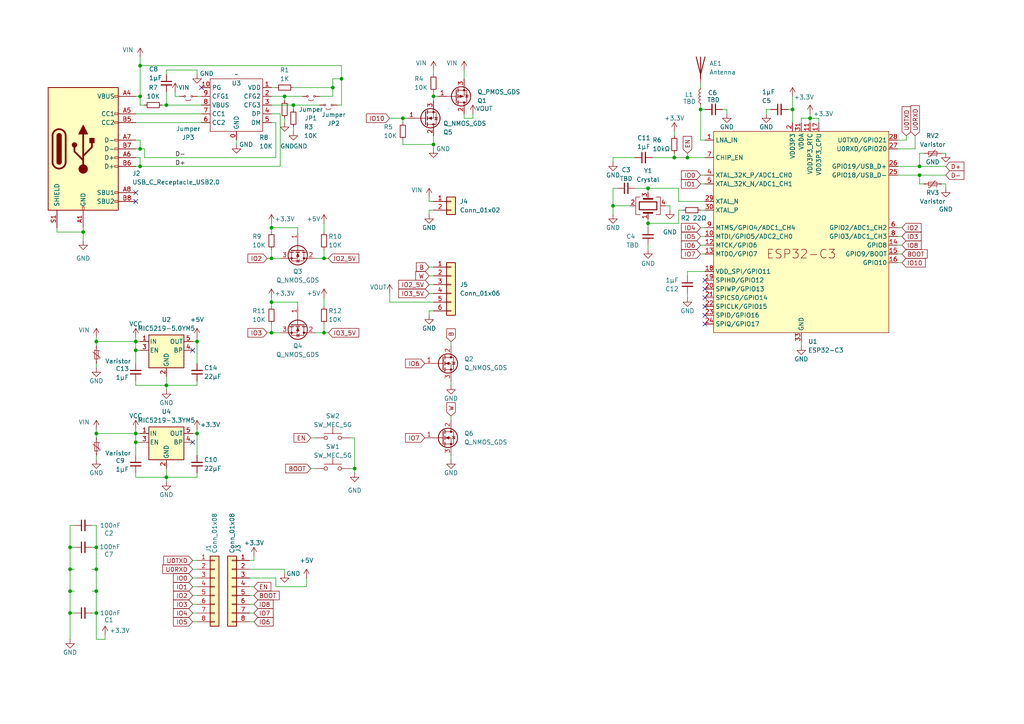
<source format=kicad_sch>
(kicad_sch (version 20231120) (generator "eeschema") (generator_version "8.0")
  (paper "A4")
  (title_block (title "Epi C3") (company "Ping hobbyelektronik"))
  (junction (at 24.13 67.31))
  (junction (at 39.37 101.6))
  (junction (at 125.73 27.94))
  (junction (at 20.32 177.8))
  (junction (at 266.7 48.26))
  (junction (at 27.94 165.1))
  (junction (at 78.74 96.52))
  (junction (at 78.74 66.04))
  (junction (at 40.64 48.26))
  (junction (at 229.87 31.75))
  (junction (at 78.74 87.63))
  (junction (at 102.87 135.89))
  (junction (at 39.37 99.06))
  (junction (at 203.2 31.75))
  (junction (at 27.94 171.45))
  (junction (at 177.8 59.69))
  (junction (at 234.95 34.29))
  (junction (at 40.64 43.18))
  (junction (at 78.74 74.93))
  (junction (at 40.64 27.94))
  (junction (at 39.37 125.73))
  (junction (at 82.55 27.94))
  (junction (at 20.32 165.1))
  (junction (at 40.64 19.05))
  (junction (at 125.73 41.91))
  (junction (at 266.7 50.8))
  (junction (at 27.94 125.73))
  (junction (at 20.32 171.45))
  (junction (at 39.37 128.27))
  (junction (at 27.94 99.06))
  (junction (at 199.39 45.72))
  (junction (at 187.96 64.77))
  (junction (at 20.32 158.75))
  (junction (at 99.06 22.86))
  (junction (at 187.96 54.61))
  (junction (at 48.26 30.48))
  (junction (at 57.15 99.06))
  (junction (at 57.15 125.73))
  (junction (at 116.84 34.29))
  (junction (at 27.94 158.75))
  (junction (at 96.52 25.4))
  (junction (at 195.58 45.72))
  (junction (at 85.09 30.48))
  (junction (at 93.98 96.52))
  (junction (at 93.98 74.93))
  (junction (at 48.26 111.76))
  (junction (at 48.26 138.43))
  (junction (at 27.94 177.8))
  (no_connect (at 204.47 81.28))
  (no_connect (at 204.47 93.98))
  (no_connect (at 39.37 58.42))
  (no_connect (at 55.88 128.27))
  (no_connect (at 204.47 86.36))
  (no_connect (at 204.47 91.44))
  (no_connect (at 204.47 83.82))
  (no_connect (at 55.88 101.6))
  (no_connect (at 39.37 55.88))
  (no_connect (at 204.47 88.9))
  (no_connect (at 58.42 25.4))
  (wire (pts (xy 199.39 85.09) (xy 199.39 86.36)))
  (wire (pts (xy 40.64 27.94) (xy 40.64 30.48)))
  (wire (pts (xy 40.64 40.64) (xy 40.64 43.18)))
  (wire (pts (xy 27.94 152.4) (xy 27.94 158.75)))
  (wire (pts (xy 203.2 71.12) (xy 204.47 71.12)))
  (wire (pts (xy 39.37 128.27) (xy 40.64 128.27)))
  (wire (pts (xy 88.9 167.64) (xy 88.9 170.18)))
  (wire (pts (xy 210.82 31.75) (xy 209.55 31.75)))
  (wire (pts (xy 39.37 101.6) (xy 40.64 101.6)))
  (wire (pts (xy 78.74 64.77) (xy 78.74 66.04)))
  (wire (pts (xy 261.62 76.2) (xy 260.35 76.2)))
  (wire (pts (xy 113.03 34.29) (xy 116.84 34.29)))
  (wire (pts (xy 73.66 175.26) (xy 72.39 175.26)))
  (wire (pts (xy 267.97 44.45) (xy 266.7 44.45)))
  (wire (pts (xy 266.7 44.45) (xy 266.7 48.26)))
  (wire (pts (xy 195.58 45.72) (xy 195.58 44.45)))
  (wire (pts (xy 27.94 132.08) (xy 27.94 133.35)))
  (wire (pts (xy 90.17 135.89) (xy 91.44 135.89)))
  (wire (pts (xy 93.98 74.93) (xy 95.25 74.93)))
  (wire (pts (xy 88.9 170.18) (xy 80.01 170.18)))
  (wire (pts (xy 78.74 25.4) (xy 80.01 25.4)))
  (wire (pts (xy 21.59 152.4) (xy 20.32 152.4)))
  (wire (pts (xy 68.58 41.91) (xy 68.58 40.64)))
  (wire (pts (xy 39.37 40.64) (xy 40.64 40.64)))
  (wire (pts (xy 124.46 77.47) (xy 125.73 77.47)))
  (wire (pts (xy 93.98 72.39) (xy 93.98 74.93)))
  (wire (pts (xy 82.55 34.29) (xy 82.55 35.56)))
  (wire (pts (xy 78.74 66.04) (xy 86.36 66.04)))
  (wire (pts (xy 91.44 74.93) (xy 93.98 74.93)))
  (wire (pts (xy 27.94 124.46) (xy 27.94 125.73)))
  (wire (pts (xy 102.87 127) (xy 102.87 135.89)))
  (wire (pts (xy 124.46 85.09) (xy 125.73 85.09)))
  (wire (pts (xy 260.35 71.12) (xy 261.62 71.12)))
  (wire (pts (xy 39.37 128.27) (xy 39.37 132.08)))
  (wire (pts (xy 78.74 87.63) (xy 78.74 88.9)))
  (wire (pts (xy 93.98 86.36) (xy 93.98 88.9)))
  (wire (pts (xy 125.73 20.32) (xy 125.73 21.59)))
  (wire (pts (xy 39.37 35.56) (xy 58.42 35.56)))
  (wire (pts (xy 116.84 41.91) (xy 125.73 41.91)))
  (wire (pts (xy 232.41 34.29) (xy 232.41 35.56)))
  (wire (pts (xy 196.85 60.96) (xy 198.12 60.96)))
  (wire (pts (xy 194.31 60.96) (xy 194.31 59.69)))
  (wire (pts (xy 184.15 54.61) (xy 187.96 54.61)))
  (wire (pts (xy 27.94 99.06) (xy 39.37 99.06)))
  (wire (pts (xy 187.96 55.88) (xy 187.96 54.61)))
  (wire (pts (xy 73.66 177.8) (xy 72.39 177.8)))
  (wire (pts (xy 27.94 125.73) (xy 39.37 125.73)))
  (wire (pts (xy 50.8 27.94) (xy 52.07 27.94)))
  (wire (pts (xy 20.32 171.45) (xy 20.32 177.8)))
  (wire (pts (xy 78.74 66.04) (xy 78.74 67.31)))
  (wire (pts (xy 260.35 50.8) (xy 266.7 50.8)))
  (wire (pts (xy 124.46 90.17) (xy 124.46 91.44)))
  (wire (pts (xy 260.35 73.66) (xy 261.62 73.66)))
  (wire (pts (xy 125.73 27.94) (xy 125.73 29.21)))
  (wire (pts (xy 199.39 45.72) (xy 204.47 45.72)))
  (wire (pts (xy 39.37 97.79) (xy 39.37 99.06)))
  (wire (pts (xy 27.94 171.45) (xy 26.67 171.45)))
  (wire (pts (xy 57.15 124.46) (xy 57.15 125.73)))
  (wire (pts (xy 265.43 39.37) (xy 265.43 43.18)))
  (wire (pts (xy 266.7 48.26) (xy 274.32 48.26)))
  (wire (pts (xy 86.36 87.63) (xy 86.36 88.9)))
  (wire (pts (xy 195.58 45.72) (xy 199.39 45.72)))
  (wire (pts (xy 137.16 33.02) (xy 137.16 34.29)))
  (wire (pts (xy 262.89 39.37) (xy 262.89 40.64)))
  (wire (pts (xy 125.73 43.18) (xy 125.73 41.91)))
  (wire (pts (xy 97.79 30.48) (xy 99.06 30.48)))
  (wire (pts (xy 27.94 165.1) (xy 26.67 165.1)))
  (wire (pts (xy 124.46 60.96) (xy 124.46 62.23)))
  (wire (pts (xy 210.82 33.02) (xy 210.82 31.75)))
  (wire (pts (xy 30.48 185.42) (xy 27.94 185.42)))
  (wire (pts (xy 234.95 34.29) (xy 234.95 35.56)))
  (wire (pts (xy 21.59 171.45) (xy 20.32 171.45)))
  (wire (pts (xy 77.47 74.93) (xy 78.74 74.93)))
  (wire (pts (xy 203.2 60.96) (xy 204.47 60.96)))
  (wire (pts (xy 134.62 33.02) (xy 134.62 34.29)))
  (wire (pts (xy 39.37 111.76) (xy 48.26 111.76)))
  (wire (pts (xy 203.2 24.13) (xy 203.2 25.4)))
  (wire (pts (xy 124.46 57.15) (xy 124.46 58.42)))
  (wire (pts (xy 203.2 30.48) (xy 203.2 31.75)))
  (wire (pts (xy 260.35 48.26) (xy 266.7 48.26)))
  (wire (pts (xy 187.96 64.77) (xy 187.96 66.04)))
  (wire (pts (xy 73.66 172.72) (xy 72.39 172.72)))
  (wire (pts (xy 39.37 124.46) (xy 39.37 125.73)))
  (wire (pts (xy 78.74 96.52) (xy 81.28 96.52)))
  (wire (pts (xy 81.28 33.02) (xy 81.28 48.26)))
  (wire (pts (xy 77.47 96.52) (xy 78.74 96.52)))
  (wire (pts (xy 274.32 44.45) (xy 273.05 44.45)))
  (wire (pts (xy 39.37 125.73) (xy 39.37 128.27)))
  (wire (pts (xy 130.81 120.65) (xy 130.81 121.92)))
  (wire (pts (xy 16.51 67.31) (xy 24.13 67.31)))
  (wire (pts (xy 73.66 170.18) (xy 72.39 170.18)))
  (wire (pts (xy 199.39 80.01) (xy 199.39 78.74)))
  (wire (pts (xy 27.94 97.79) (xy 27.94 99.06)))
  (wire (pts (xy 39.37 43.18) (xy 40.64 43.18)))
  (wire (pts (xy 203.2 66.04) (xy 204.47 66.04)))
  (wire (pts (xy 260.35 68.58) (xy 261.62 68.58)))
  (wire (pts (xy 57.15 138.43) (xy 48.26 138.43)))
  (wire (pts (xy 82.55 165.1) (xy 72.39 165.1)))
  (wire (pts (xy 92.71 27.94) (xy 96.52 27.94)))
  (wire (pts (xy 177.8 46.99) (xy 177.8 45.72)))
  (wire (pts (xy 101.6 127) (xy 102.87 127)))
  (wire (pts (xy 234.95 34.29) (xy 237.49 34.29)))
  (wire (pts (xy 55.88 180.34) (xy 57.15 180.34)))
  (wire (pts (xy 20.32 165.1) (xy 20.32 171.45)))
  (wire (pts (xy 80.01 170.18) (xy 80.01 167.64)))
  (wire (pts (xy 229.87 27.94) (xy 229.87 31.75)))
  (wire (pts (xy 73.66 162.56) (xy 72.39 162.56)))
  (wire (pts (xy 203.2 53.34) (xy 204.47 53.34)))
  (wire (pts (xy 20.32 177.8) (xy 20.32 185.42)))
  (wire (pts (xy 113.03 85.09) (xy 113.03 87.63)))
  (wire (pts (xy 27.94 125.73) (xy 27.94 127)))
  (wire (pts (xy 130.81 99.06) (xy 130.81 100.33)))
  (wire (pts (xy 187.96 54.61) (xy 196.85 54.61)))
  (wire (pts (xy 266.7 53.34) (xy 266.7 50.8)))
  (wire (pts (xy 85.09 31.75) (xy 85.09 30.48)))
  (wire (pts (xy 50.8 26.67) (xy 50.8 27.94)))
  (wire (pts (xy 204.47 40.64) (xy 203.2 40.64)))
  (wire (pts (xy 203.2 50.8) (xy 204.47 50.8)))
  (wire (pts (xy 124.46 60.96) (xy 125.73 60.96)))
  (wire (pts (xy 91.44 96.52) (xy 93.98 96.52)))
  (wire (pts (xy 116.84 40.64) (xy 116.84 41.91)))
  (wire (pts (xy 265.43 43.18) (xy 260.35 43.18)))
  (wire (pts (xy 195.58 38.1) (xy 195.58 39.37)))
  (wire (pts (xy 30.48 185.42) (xy 30.48 184.15)))
  (wire (pts (xy 232.41 99.06) (xy 232.41 100.33)))
  (wire (pts (xy 40.64 16.51) (xy 40.64 19.05)))
  (wire (pts (xy 78.74 86.36) (xy 78.74 87.63)))
  (wire (pts (xy 189.23 45.72) (xy 195.58 45.72)))
  (wire (pts (xy 134.62 34.29) (xy 137.16 34.29)))
  (wire (pts (xy 41.91 43.18) (xy 41.91 45.72)))
  (wire (pts (xy 48.26 26.67) (xy 48.26 30.48)))
  (wire (pts (xy 27.94 99.06) (xy 27.94 100.33)))
  (wire (pts (xy 262.89 40.64) (xy 260.35 40.64)))
  (wire (pts (xy 85.09 25.4) (xy 96.52 25.4)))
  (wire (pts (xy 57.15 27.94) (xy 58.42 27.94)))
  (wire (pts (xy 57.15 99.06) (xy 55.88 99.06)))
  (wire (pts (xy 96.52 22.86) (xy 96.52 25.4)))
  (wire (pts (xy 24.13 69.85) (xy 24.13 67.31)))
  (wire (pts (xy 27.94 177.8) (xy 27.94 185.42)))
  (wire (pts (xy 78.74 33.02) (xy 81.28 33.02)))
  (wire (pts (xy 39.37 48.26) (xy 40.64 48.26)))
  (wire (pts (xy 39.37 110.49) (xy 39.37 111.76)))
  (wire (pts (xy 73.66 161.29) (xy 73.66 162.56)))
  (wire (pts (xy 26.67 158.75) (xy 27.94 158.75)))
  (wire (pts (xy 187.96 63.5) (xy 187.96 64.77)))
  (wire (pts (xy 80.01 35.56) (xy 80.01 45.72)))
  (wire (pts (xy 55.88 175.26) (xy 57.15 175.26)))
  (wire (pts (xy 39.37 137.16) (xy 39.37 138.43)))
  (wire (pts (xy 57.15 105.41) (xy 57.15 99.06)))
  (wire (pts (xy 41.91 45.72) (xy 80.01 45.72)))
  (wire (pts (xy 86.36 66.04) (xy 86.36 67.31)))
  (wire (pts (xy 39.37 99.06) (xy 39.37 101.6)))
  (wire (pts (xy 21.59 158.75) (xy 20.32 158.75)))
  (wire (pts (xy 82.55 27.94) (xy 87.63 27.94)))
  (wire (pts (xy 27.94 171.45) (xy 27.94 177.8)))
  (wire (pts (xy 125.73 27.94) (xy 127 27.94)))
  (wire (pts (xy 80.01 167.64) (xy 72.39 167.64)))
  (wire (pts (xy 179.07 54.61) (xy 177.8 54.61)))
  (wire (pts (xy 93.98 64.77) (xy 93.98 67.31)))
  (wire (pts (xy 16.51 66.04) (xy 16.51 67.31)))
  (wire (pts (xy 55.88 162.56) (xy 57.15 162.56)))
  (wire (pts (xy 99.06 22.86) (xy 99.06 30.48)))
  (wire (pts (xy 57.15 137.16) (xy 57.15 138.43)))
  (wire (pts (xy 274.32 53.34) (xy 273.05 53.34)))
  (wire (pts (xy 234.95 34.29) (xy 234.95 33.02)))
  (wire (pts (xy 48.26 30.48) (xy 58.42 30.48)))
  (wire (pts (xy 194.31 59.69) (xy 193.04 59.69)))
  (wire (pts (xy 57.15 110.49) (xy 57.15 111.76)))
  (wire (pts (xy 40.64 48.26) (xy 81.28 48.26)))
  (wire (pts (xy 48.26 20.32) (xy 57.15 20.32)))
  (wire (pts (xy 228.6 31.75) (xy 229.87 31.75)))
  (wire (pts (xy 124.46 90.17) (xy 125.73 90.17)))
  (wire (pts (xy 46.99 30.48) (xy 48.26 30.48)))
  (wire (pts (xy 24.13 67.31) (xy 24.13 66.04)))
  (wire (pts (xy 82.55 166.37) (xy 82.55 165.1)))
  (wire (pts (xy 96.52 22.86) (xy 99.06 22.86)))
  (wire (pts (xy 130.81 111.76) (xy 130.81 110.49)))
  (wire (pts (xy 39.37 33.02) (xy 58.42 33.02)))
  (wire (pts (xy 82.55 29.21) (xy 82.55 27.94)))
  (wire (pts (xy 57.15 132.08) (xy 57.15 125.73)))
  (wire (pts (xy 39.37 27.94) (xy 40.64 27.94)))
  (wire (pts (xy 113.03 87.63) (xy 125.73 87.63)))
  (wire (pts (xy 27.94 105.41) (xy 27.94 106.68)))
  (wire (pts (xy 39.37 45.72) (xy 40.64 45.72)))
  (wire (pts (xy 78.74 87.63) (xy 86.36 87.63)))
  (wire (pts (xy 39.37 99.06) (xy 40.64 99.06)))
  (wire (pts (xy 48.26 20.32) (xy 48.26 21.59)))
  (wire (pts (xy 199.39 78.74) (xy 204.47 78.74)))
  (wire (pts (xy 55.88 172.72) (xy 57.15 172.72)))
  (wire (pts (xy 48.26 138.43) (xy 48.26 139.7)))
  (wire (pts (xy 48.26 111.76) (xy 48.26 113.03)))
  (wire (pts (xy 27.94 158.75) (xy 27.94 165.1)))
  (wire (pts (xy 229.87 31.75) (xy 229.87 35.56)))
  (wire (pts (xy 48.26 135.89) (xy 48.26 138.43)))
  (wire (pts (xy 196.85 58.42) (xy 204.47 58.42)))
  (wire (pts (xy 78.74 30.48) (xy 85.09 30.48)))
  (wire (pts (xy 55.88 167.64) (xy 57.15 167.64)))
  (wire (pts (xy 39.37 125.73) (xy 40.64 125.73)))
  (wire (pts (xy 20.32 152.4) (xy 20.32 158.75)))
  (wire (pts (xy 85.09 36.83) (xy 85.09 38.1)))
  (wire (pts (xy 55.88 177.8) (xy 57.15 177.8)))
  (wire (pts (xy 102.87 135.89) (xy 101.6 135.89)))
  (wire (pts (xy 124.46 80.01) (xy 125.73 80.01)))
  (wire (pts (xy 55.88 170.18) (xy 57.15 170.18)))
  (wire (pts (xy 99.06 19.05) (xy 99.06 22.86)))
  (wire (pts (xy 21.59 177.8) (xy 20.32 177.8)))
  (wire (pts (xy 78.74 93.98) (xy 78.74 96.52)))
  (wire (pts (xy 274.32 54.61) (xy 274.32 53.34)))
  (wire (pts (xy 40.64 19.05) (xy 99.06 19.05)))
  (wire (pts (xy 196.85 54.61) (xy 196.85 58.42)))
  (wire (pts (xy 203.2 73.66) (xy 204.47 73.66)))
  (wire (pts (xy 134.62 20.32) (xy 134.62 22.86)))
  (wire (pts (xy 55.88 165.1) (xy 57.15 165.1)))
  (wire (pts (xy 116.84 34.29) (xy 116.84 35.56)))
  (wire (pts (xy 96.52 25.4) (xy 96.52 27.94)))
  (wire (pts (xy 57.15 111.76) (xy 48.26 111.76)))
  (wire (pts (xy 27.94 165.1) (xy 27.94 171.45)))
  (wire (pts (xy 93.98 96.52) (xy 95.25 96.52)))
  (wire (pts (xy 27.94 177.8) (xy 26.67 177.8)))
  (wire (pts (xy 177.8 45.72) (xy 184.15 45.72)))
  (wire (pts (xy 116.84 34.29) (xy 118.11 34.29)))
  (wire (pts (xy 40.64 30.48) (xy 41.91 30.48)))
  (wire (pts (xy 78.74 74.93) (xy 81.28 74.93)))
  (wire (pts (xy 40.64 43.18) (xy 41.91 43.18)))
  (wire (pts (xy 78.74 35.56) (xy 80.01 35.56)))
  (wire (pts (xy 57.15 97.79) (xy 57.15 99.06)))
  (wire (pts (xy 232.41 34.29) (xy 234.95 34.29)))
  (wire (pts (xy 40.64 19.05) (xy 40.64 27.94)))
  (wire (pts (xy 130.81 133.35) (xy 130.81 132.08)))
  (wire (pts (xy 222.25 31.75) (xy 222.25 33.02)))
  (wire (pts (xy 204.47 31.75) (xy 203.2 31.75)))
  (wire (pts (xy 203.2 68.58) (xy 204.47 68.58)))
  (wire (pts (xy 203.2 40.64) (xy 203.2 31.75)))
  (wire (pts (xy 85.09 30.48) (xy 92.71 30.48)))
  (wire (pts (xy 260.35 66.04) (xy 261.62 66.04)))
  (wire (pts (xy 266.7 50.8) (xy 274.32 50.8)))
  (wire (pts (xy 102.87 137.16) (xy 102.87 135.89)))
  (wire (pts (xy 237.49 34.29) (xy 237.49 35.56)))
  (wire (pts (xy 93.98 93.98) (xy 93.98 96.52)))
  (wire (pts (xy 177.8 59.69) (xy 182.88 59.69)))
  (wire (pts (xy 187.96 64.77) (xy 196.85 64.77)))
  (wire (pts (xy 78.74 72.39) (xy 78.74 74.93)))
  (wire (pts (xy 40.64 45.72) (xy 40.64 48.26)))
  (wire (pts (xy 90.17 127) (xy 91.44 127)))
  (wire (pts (xy 177.8 54.61) (xy 177.8 59.69)))
  (wire (pts (xy 20.32 158.75) (xy 20.32 165.1)))
  (wire (pts (xy 21.59 165.1) (xy 20.32 165.1)))
  (wire (pts (xy 125.73 26.67) (xy 125.73 27.94)))
  (wire (pts (xy 199.39 44.45) (xy 199.39 45.72)))
  (wire (pts (xy 39.37 101.6) (xy 39.37 105.41)))
  (wire (pts (xy 196.85 64.77) (xy 196.85 60.96)))
  (wire (pts (xy 48.26 109.22) (xy 48.26 111.76)))
  (wire (pts (xy 57.15 20.32) (xy 57.15 21.59)))
  (wire (pts (xy 267.97 53.34) (xy 266.7 53.34)))
  (wire (pts (xy 223.52 31.75) (xy 222.25 31.75)))
  (wire (pts (xy 124.46 82.55) (xy 125.73 82.55)))
  (wire (pts (xy 124.46 58.42) (xy 125.73 58.42)))
  (wire (pts (xy 39.37 138.43) (xy 48.26 138.43)))
  (wire (pts (xy 187.96 71.12) (xy 187.96 72.39)))
  (wire (pts (xy 73.66 180.34) (xy 72.39 180.34)))
  (wire (pts (xy 57.15 125.73) (xy 55.88 125.73)))
  (wire (pts (xy 177.8 62.23) (xy 177.8 59.69)))
  (wire (pts (xy 78.74 27.94) (xy 82.55 27.94)))
  (wire (pts (xy 125.73 41.91) (xy 125.73 39.37)))
  (wire (pts (xy 26.67 152.4) (xy 27.94 152.4)))
  (label "D+" (at 50.8 48.26 0))
  (label "D-" (at 50.8 45.72 0))
  (global_label "IO3_5V" (shape input) (at 95.25 96.52 0) (property "Intersheetrefs" "${INTERSHEET_REFS}" (effects (hide yes))))
  (global_label "IO0" (shape input) (at 203.2 50.8 180) (property "Intersheetrefs" "${INTERSHEET_REFS}" (effects (hide yes))))
  (global_label "IO10" (shape input) (at 113.03 34.29 180) (property "Intersheetrefs" "${INTERSHEET_REFS}" (effects (hide yes))))
  (global_label "IO10" (shape input) (at 261.62 76.2 0) (property "Intersheetrefs" "${INTERSHEET_REFS}" (effects (hide yes))))
  (global_label "IO5" (shape input) (at 55.88 180.34 180) (property "Intersheetrefs" "${INTERSHEET_REFS}" (effects (hide yes))))
  (global_label "EN" (shape input) (at 90.17 127 180) (property "Intersheetrefs" "${INTERSHEET_REFS}" (effects (hide yes))))
  (global_label "U0RXD" (shape input) (at 55.88 165.1 180) (property "Intersheetrefs" "${INTERSHEET_REFS}" (effects (hide yes))))
  (global_label "IO3" (shape input) (at 55.88 175.26 180) (property "Intersheetrefs" "${INTERSHEET_REFS}" (effects (hide yes))))
  (global_label "IO8" (shape input) (at 261.62 71.12 0) (property "Intersheetrefs" "${INTERSHEET_REFS}" (effects (hide yes))))
  (global_label "U0TXD" (shape input) (at 55.88 162.56 180) (property "Intersheetrefs" "${INTERSHEET_REFS}" (effects (hide yes))))
  (global_label "IO6" (shape input) (at 123.19 105.41 180) (property "Intersheetrefs" "${INTERSHEET_REFS}" (effects (hide yes))))
  (global_label "IO5" (shape input) (at 203.2 68.58 180) (property "Intersheetrefs" "${INTERSHEET_REFS}" (effects (hide yes))))
  (global_label "IO2_5V" (shape input) (at 95.25 74.93 0) (property "Intersheetrefs" "${INTERSHEET_REFS}" (effects (hide yes))))
  (global_label "IO3" (shape input) (at 77.47 96.52 180) (property "Intersheetrefs" "${INTERSHEET_REFS}" (effects (hide yes))))
  (global_label "IO3_5V" (shape input) (at 124.46 85.09 180) (property "Intersheetrefs" "${INTERSHEET_REFS}" (effects (hide yes))))
  (global_label "IO2" (shape input) (at 77.47 74.93 180) (property "Intersheetrefs" "${INTERSHEET_REFS}" (effects (hide yes))))
  (global_label "IO6" (shape input) (at 73.66 180.34 0) (property "Intersheetrefs" "${INTERSHEET_REFS}" (effects (hide yes))))
  (global_label "IO7" (shape input) (at 203.2 73.66 180) (property "Intersheetrefs" "${INTERSHEET_REFS}" (effects (hide yes))))
  (global_label "U0TXD" (shape input) (at 262.89 39.37 90) (property "Intersheetrefs" "${INTERSHEET_REFS}" (effects (hide yes))))
  (global_label "IO6" (shape input) (at 203.2 71.12 180) (property "Intersheetrefs" "${INTERSHEET_REFS}" (effects (hide yes))))
  (global_label "BOOT" (shape input) (at 90.17 135.89 180) (property "Intersheetrefs" "${INTERSHEET_REFS}" (effects (hide yes))))
  (global_label "IO0" (shape input) (at 55.88 167.64 180) (property "Intersheetrefs" "${INTERSHEET_REFS}" (effects (hide yes))))
  (global_label "D-" (shape input) (at 274.32 50.8 0) (property "Intersheetrefs" "${INTERSHEET_REFS}" (effects (hide yes))))
  (global_label "IO7" (shape input) (at 73.66 177.8 0) (property "Intersheetrefs" "${INTERSHEET_REFS}" (effects (hide yes))))
  (global_label "IO2" (shape input) (at 55.88 172.72 180) (property "Intersheetrefs" "${INTERSHEET_REFS}" (effects (hide yes))))
  (global_label "IO1" (shape input) (at 55.88 170.18 180) (property "Intersheetrefs" "${INTERSHEET_REFS}" (effects (hide yes))))
  (global_label "IO4" (shape input) (at 55.88 177.8 180) (property "Intersheetrefs" "${INTERSHEET_REFS}" (effects (hide yes))))
  (global_label "IO8" (shape input) (at 73.66 175.26 0) (property "Intersheetrefs" "${INTERSHEET_REFS}" (effects (hide yes))))
  (global_label "BOOT" (shape input) (at 261.62 73.66 0) (property "Intersheetrefs" "${INTERSHEET_REFS}" (effects (hide yes))))
  (global_label "IO1" (shape input) (at 203.2 53.34 180) (property "Intersheetrefs" "${INTERSHEET_REFS}" (effects (hide yes))))
  (global_label "IO3" (shape input) (at 261.62 68.58 0) (property "Intersheetrefs" "${INTERSHEET_REFS}" (effects (hide yes))))
  (global_label "BOOT" (shape input) (at 73.66 172.72 0) (property "Intersheetrefs" "${INTERSHEET_REFS}" (effects (hide yes))))
  (global_label "IO4" (shape input) (at 203.2 66.04 180) (property "Intersheetrefs" "${INTERSHEET_REFS}" (effects (hide yes))))
  (global_label "W" (shape input) (at 124.46 80.01 180) (property "Intersheetrefs" "${INTERSHEET_REFS}" (effects (hide yes))))
  (global_label "U0RXD" (shape input) (at 265.43 39.37 90) (property "Intersheetrefs" "${INTERSHEET_REFS}" (effects (hide yes))))
  (global_label "EN" (shape input) (at 73.66 170.18 0) (property "Intersheetrefs" "${INTERSHEET_REFS}" (effects (hide yes))))
  (global_label "B" (shape input) (at 124.46 77.47 180) (property "Intersheetrefs" "${INTERSHEET_REFS}" (effects (hide yes))))
  (global_label "IO2_5V" (shape input) (at 124.46 82.55 180) (property "Intersheetrefs" "${INTERSHEET_REFS}" (effects (hide yes))))
  (global_label "EN" (shape input) (at 199.39 44.45 90) (property "Intersheetrefs" "${INTERSHEET_REFS}" (effects (hide yes))))
  (global_label "D+" (shape input) (at 274.32 48.26 0) (property "Intersheetrefs" "${INTERSHEET_REFS}" (effects (hide yes))))
  (global_label "IO2" (shape input) (at 261.62 66.04 0) (property "Intersheetrefs" "${INTERSHEET_REFS}" (effects (hide yes))))
  (global_label "W" (shape input) (at 130.81 120.65 90) (property "Intersheetrefs" "${INTERSHEET_REFS}" (effects (hide yes))))
  (global_label "IO7" (shape input) (at 123.19 127 180) (property "Intersheetrefs" "${INTERSHEET_REFS}" (effects (hide yes))))
  (global_label "B" (shape input) (at 130.81 99.06 90) (property "Intersheetrefs" "${INTERSHEET_REFS}" (effects (hide yes))))
  (symbol (lib_id "power:VCC") (at 137.16 33.02 0) (unit 1)
    (property "Reference" "#PWR015" (effects (hide yes)))
    (property "Value" "VOUT" (at 140.462 31.496 0))
    (property "Description" "Power symbol creates a global label with name \"VCC\"" (effects (hide yes)))
  )
  (symbol (lib_id "power:+3.3V") (at 73.66 161.29 0) (unit 1)
    (property "Reference" "#PWR025" (effects (hide yes)))
    (property "Value" "+3.3V" (at 73.66 157.48 0))
  )
  (symbol (lib_id "Device:R_Small") (at 200.66 60.96 90) (unit 1)
    (property "Reference" "R2" (at 200.152 63.246 90) (effects (justify left)))
    (property "Value" "22Ω" (at 204.978 63.246 90) (effects (justify left)))
    (property "Footprint" "Resistor_SMD:R_0402_1005Metric" (effects (hide yes)))
  )
  (symbol (lib_id "power:+3.3V") (at 78.74 86.36 0) (unit 1)
    (property "Reference" "#PWR043" (effects (hide yes)))
    (property "Value" "+3.3V" (at 82.55 85.09 0))
  )
  (symbol (lib_id "power:GND") (at 199.39 86.36 0) (unit 1)
    (property "Reference" "#PWR020" (effects (hide yes)))
    (property "Value" "GND" (at 199.39 90.17 0))
  )
  (symbol (lib_id "Device:R_Small") (at 116.84 38.1 180) (unit 1)
    (property "Reference" "R5" (at 111.252 36.83 0) (effects (justify right)))
    (property "Value" "10K" (at 111.252 39.37 0) (effects (justify right)))
    (property "Footprint" "Resistor_SMD:R_0402_1005Metric" (effects (hide yes)))
    (property "Description" "Resistor, small symbol" (effects (hide yes)))
  )
  (symbol (lib_id "PCM_Espressif:ESP32-C3") (at 232.41 68.58 0) (unit 1)
    (property "Reference" "U1" (at 234.3659 99.06 0) (effects (justify left)))
    (property "Value" "ESP32-C3" (at 234.3659 101.6 0) (effects (justify left)))
    (property "Footprint" "Package_DFN_QFN:QFN-32-1EP_5x5mm_P0.5mm_EP3.45x3.45mm" (effects (hide yes)))
    (property "Datasheet" "https://www.espressif.com/sites/default/files/documentation/esp32-c3_datasheet_en.pdf" (effects (hide yes)))
  )
  (symbol (lib_id "Device:C_Small") (at 24.13 158.75 90) (unit 1)
    (property "Reference" "C7" (at 30.226 160.782 90) (effects (justify right)))
    (property "Value" "100nF" (at 28.829 158.623 90) (effects (justify right)))
    (property "Footprint" "Capacitor_SMD:C_0402_1005Metric" (effects (hide yes)))
  )
  (symbol (lib_id "Connector_Generic:Conn_01x02") (at 130.81 58.42 0) (unit 1)
    (property "Reference" "J4" (at 133.35 58.4199 0) (effects (justify left)))
    (property "Value" "Conn_01x02" (at 133.35 60.9599 0) (effects (justify left)))
    (property "Footprint" "Connector_PinHeader_2.54mm:PinHeader_1x02_P2.54mm_Vertical" (effects (hide yes)))
    (property "Description" "Generic connector, single row, 01x02, script generated (kicad-library-utils/schlib/autogen/connector/)" (effects (hide yes)))
  )
  (symbol (lib_id "Jumper:Jumper_2_Small_Open") (at 54.61 27.94 180) (unit 1) (exclude_from_sim yes)
    (property "Reference" "JP3" (at 54.61 39.878 0))
    (property "Value" "Jumper" (at 54.61 37.338 0))
    (property "Footprint" "Jumper:SolderJumper-2_P1.3mm_Open_RoundedPad1.0x1.5mm" (effects (hide yes)))
    (property "Description" "Jumper, 2-pole, small symbol, open" (effects (hide yes)))
  )
  (symbol (lib_id "power:GND") (at 124.46 62.23 0) (unit 1)
    (property "Reference" "#PWR050" (effects (hide yes)))
    (property "Value" "GND" (at 124.46 66.04 0))
  )
  (symbol (lib_id "Device:R_Small") (at 82.55 25.4 90) (unit 1)
    (property "Reference" "R1" (at 82.55 20.32 90))
    (property "Value" "1K" (at 82.55 22.86 90))
    (property "Footprint" "Resistor_SMD:R_0402_1005Metric" (effects (hide yes)))
    (property "Description" "Resistor, small symbol" (effects (hide yes)))
  )
  (symbol (lib_id "power:GND") (at 27.94 133.35 0) (unit 1)
    (property "Reference" "#PWR018" (effects (hide yes)))
    (property "Value" "GND" (at 27.94 137.16 0))
  )
  (symbol (lib_id "power:VCC") (at 39.37 97.79 0) (unit 1)
    (property "Reference" "#PWR036" (effects (hide yes)))
    (property "Value" "VCC" (at 39.37 93.98 0))
  )
  (symbol (lib_name "+5V_1") (lib_id "power:+5V") (at 93.98 86.36 0) (unit 1)
    (property "Reference" "#PWR044" (effects (hide yes)))
    (property "Value" "+5V" (at 90.932 85.09 0))
    (property "Description" "Power symbol creates a global label with name \"+5V\"" (effects (hide yes)))
  )
  (symbol (lib_id "diy:CH224K") (at 68.58 30.48 0) (mirror y) (unit 1)
    (property "Reference" "U3" (at 68.58 24.13 0))
    (property "Value" "~" (at 68.58 21.59 0))
    (property "Footprint" "Package_SO:SOIC-10_3.9x4.9mm_P1mm" (effects (hide yes)))
  )
  (symbol (lib_id "Device:Q_NMOS_GDS") (at 128.27 105.41 0) (unit 1)
    (property "Reference" "Q2" (at 134.62 104.1399 0) (effects (justify left)))
    (property "Value" "Q_NMOS_GDS" (at 134.62 106.6799 0) (effects (justify left)))
    (property "Footprint" "Package_TO_SOT_SMD:SOT-23-3" (effects (hide yes)))
    (property "Description" "N-MOSFET transistor, gate/drain/source" (effects (hide yes)))
  )
  (symbol (lib_id "power:GND") (at 177.8 62.23 0) (unit 1)
    (property "Reference" "#PWR02" (effects (hide yes)))
    (property "Value" "GND" (at 177.8 66.04 0))
  )
  (symbol (lib_id "power:GND") (at 222.25 33.02 0) (unit 1)
    (property "Reference" "#PWR024" (effects (hide yes)))
    (property "Value" "GND" (at 222.25 36.83 0))
  )
  (symbol (lib_id "Device:Q_NMOS_GDS") (at 86.36 72.39 270) (unit 1)
    (property "Reference" "Q3" (at 86.36 78.74 90))
    (property "Value" "Q_NMOS_GDS" (at 86.36 81.28 90))
    (property "Footprint" "Package_TO_SOT_SMD:SOT-23-3" (effects (hide yes)))
    (property "Description" "N-MOSFET transistor, gate/drain/source" (effects (hide yes)))
  )
  (symbol (lib_id "power:GND") (at 82.55 35.56 0) (unit 1)
    (property "Reference" "#PWR033" (effects (hide yes)))
    (property "Value" "GND" (at 83.312 42.418 0))
    (property "Description" "Power symbol creates a global label with name \"GND\" , ground" (effects (hide yes)))
  )
  (symbol (lib_id "power:GND") (at 130.81 111.76 0) (unit 1)
    (property "Reference" "#PWR047" (effects (hide yes)))
    (property "Value" "GND" (at 130.81 115.57 0))
  )
  (symbol (lib_id "Connector:USB_C_Receptacle_USB2.0") (at 24.13 43.18 0) (unit 1)
    (property "Reference" "J2" (at 38.354 50.292 0) (effects (justify left)))
    (property "Value" "USB_C_Receptacle_USB2.0" (at 38.354 52.832 0) (effects (justify left)))
    (property "Footprint" "diy:USB-C MC-314C-4P16_V2 (2023_01_13 17_48_46 UTC)" (effects (hide yes)))
    (property "Datasheet" "https://www.usb.org/sites/default/files/documents/usb_type-c.zip" (effects (hide yes)))
  )
  (symbol (lib_id "power:GND") (at 85.09 38.1 0) (unit 1)
    (property "Reference" "#PWR032" (effects (hide yes)))
    (property "Value" "GND" (at 87.122 42.418 0))
    (property "Description" "Power symbol creates a global label with name \"GND\" , ground" (effects (hide yes)))
  )
  (symbol (lib_id "power:VCC") (at 27.94 124.46 0) (unit 1)
    (property "Reference" "#PWR016" (effects (hide yes)))
    (property "Value" "VIN" (at 24.384 122.428 0))
    (property "Description" "Power symbol creates a global label with name \"VCC\"" (effects (hide yes)))
  )
  (symbol (lib_id "Device:R_Small") (at 82.55 31.75 180) (unit 1)
    (property "Reference" "R8" (at 75.184 39.878 0) (effects (justify right)))
    (property "Value" "10K" (at 75.184 42.418 0) (effects (justify right)))
    (property "Footprint" "Resistor_SMD:R_0402_1005Metric" (effects (hide yes)))
    (property "Description" "Resistor, small symbol" (effects (hide yes)))
  )
  (symbol (lib_name "SW_MEC_5G_1") (lib_id "Switch:SW_MEC_5G") (at 96.52 127 0) (unit 1)
    (property "Reference" "SW2" (at 96.52 120.65 0))
    (property "Value" "SW_MEC_5G" (at 96.52 123.19 0))
    (property "Footprint" "DIY:R-668048" (effects (hide yes)))
    (property "Datasheet" "http://www.apem.com/int/index.php?controller=attachment&id_attachment=488" (effects (hide yes)))
  )
  (symbol (lib_id "Device:C_Small") (at 39.37 134.62 180) (unit 1)
    (property "Reference" "C9" (at 33.528 133.604 0) (effects (justify right)))
    (property "Value" "1µF" (at 33.528 136.144 0) (effects (justify right)))
    (property "Footprint" "Capacitor_SMD:C_0402_1005Metric" (effects (hide yes)))
  )
  (symbol (lib_name "Polyfuse_Small_1") (lib_id "Device:Polyfuse_Small") (at 270.51 44.45 270) (unit 1)
    (property "Reference" "RV2" (at 270.51 39.37 90))
    (property "Value" "Varistor" (at 270.51 41.91 90))
    (property "Footprint" "Resistor_SMD:R_0402_1005Metric" (effects (hide yes)))
  )
  (symbol (lib_id "power:GND") (at 48.26 139.7 0) (unit 1)
    (property "Reference" "#PWR017" (effects (hide yes)))
    (property "Value" "GND" (at 48.26 143.51 0))
  )
  (symbol (lib_id "Device:Crystal_GND24") (at 187.96 59.69 90) (unit 1)
    (property "Reference" "Y1" (at 187.96 49.53 90))
    (property "Value" "Crystal" (at 187.96 52.07 90))
    (property "Footprint" "Crystal:Crystal_SMD_2016-4Pin_2.0x1.6mm" (effects (hide yes)))
  )
  (symbol (lib_id "power:VCC") (at 113.03 85.09 0) (unit 1)
    (property "Reference" "#PWR045" (effects (hide yes)))
    (property "Value" "VOUT" (at 109.728 83.312 0))
    (property "Description" "Power symbol creates a global label with name \"VCC\"" (effects (hide yes)))
  )
  (symbol (lib_id "power:GND") (at 194.31 60.96 0) (unit 1)
    (property "Reference" "#PWR03" (effects (hide yes)))
    (property "Value" "GND" (at 194.31 67.31 0))
  )
  (symbol (lib_id "Device:R_Small") (at 93.98 91.44 180) (unit 1)
    (property "Reference" "R12" (at 95.25 90.17 0) (effects (justify right)))
    (property "Value" "10K" (at 95.25 92.71 0) (effects (justify right)))
    (property "Footprint" "Resistor_SMD:R_0402_1005Metric" (effects (hide yes)))
    (property "Description" "Resistor, small symbol" (effects (hide yes)))
  )
  (symbol (lib_id "Device:C_Small") (at 187.96 68.58 180) (unit 1)
    (property "Reference" "C4" (at 181.61 68.58 0) (effects (justify right)))
    (property "Value" "TBD" (at 181.61 71.12 0) (effects (justify right)))
    (property "Footprint" "Capacitor_SMD:C_0402_1005Metric" (effects (hide yes)))
  )
  (symbol (lib_name "+5V_1") (lib_id "power:+5V") (at 93.98 64.77 0) (unit 1)
    (property "Reference" "#PWR041" (effects (hide yes)))
    (property "Value" "+5V" (at 90.932 63.5 0))
    (property "Description" "Power symbol creates a global label with name \"+5V\"" (effects (hide yes)))
  )
  (symbol (lib_id "Device:R_Small") (at 125.73 24.13 180) (unit 1)
    (property "Reference" "R4" (at 120.142 22.86 0) (effects (justify right)))
    (property "Value" "10K" (at 120.142 25.4 0) (effects (justify right)))
    (property "Footprint" "Resistor_SMD:R_0402_1005Metric" (effects (hide yes)))
    (property "Description" "Resistor, small symbol" (effects (hide yes)))
  )
  (symbol (lib_id "power:+3.3V") (at 234.95 33.02 0) (unit 1)
    (property "Reference" "#PWR07" (effects (hide yes)))
    (property "Value" "+3.3V" (at 238.76 33.02 0))
  )
  (symbol (lib_id "Device:C_Small") (at 226.06 31.75 90) (unit 1)
    (property "Reference" "C5" (at 220.98 29.21 90) (effects (justify right)))
    (property "Value" "1µF" (at 220.98 26.67 90) (effects (justify right)))
    (property "Footprint" "Capacitor_SMD:C_0402_1005Metric" (effects (hide yes)))
  )
  (symbol (lib_id "Device:Q_NMOS_GDS") (at 86.36 93.98 270) (unit 1)
    (property "Reference" "Q4" (at 86.36 100.33 90))
    (property "Value" "Q_NMOS_GDS" (at 86.36 102.87 90))
    (property "Footprint" "Package_TO_SOT_SMD:SOT-23-3" (effects (hide yes)))
    (property "Description" "N-MOSFET transistor, gate/drain/source" (effects (hide yes)))
  )
  (symbol (lib_id "power:+3.3V") (at 229.87 27.94 0) (unit 1)
    (property "Reference" "#PWR029" (effects (hide yes)))
    (property "Value" "+3.3V" (at 233.172 28.194 0))
  )
  (symbol (lib_id "Device:Q_NMOS_GDS") (at 123.19 34.29 0) (mirror x) (unit 1)
    (property "Reference" "Q5" (at 128.524 38.354 0) (effects (justify left)))
    (property "Value" "Q_NMOS_GDS" (at 128.524 35.814 0) (effects (justify left)))
    (property "Footprint" "Package_TO_SOT_SMD:SOT-23-3" (effects (hide yes)))
    (property "Description" "N-MOSFET transistor, gate/drain/source" (effects (hide yes)))
  )
  (symbol (lib_id "power:+3.3V") (at 30.48 184.15 0) (unit 1)
    (property "Reference" "#PWR05" (effects (hide yes)))
    (property "Value" "+3.3V" (at 31.75 182.88 0) (effects (justify left)))
  )
  (symbol (lib_id "power:GND") (at 27.94 106.68 0) (unit 1)
    (property "Reference" "#PWR039" (effects (hide yes)))
    (property "Value" "GND" (at 27.94 110.49 0))
  )
  (symbol (lib_id "power:+3.3V") (at 195.58 38.1 0) (unit 1)
    (property "Reference" "#PWR010" (effects (hide yes)))
    (property "Value" "+3.3V" (at 195.58 34.29 0))
  )
  (symbol (lib_id "Device:C_Small") (at 181.61 54.61 90) (unit 1)
    (property "Reference" "C3" (at 181.61 49.276 90))
    (property "Value" "TBD" (at 181.61 51.816 90))
    (property "Footprint" "Capacitor_SMD:C_0402_1005Metric" (effects (hide yes)))
  )
  (symbol (lib_id "power:+3.3V") (at 57.15 124.46 0) (unit 1)
    (property "Reference" "#PWR019" (effects (hide yes)))
    (property "Value" "+3.3V" (at 60.96 123.19 0))
  )
  (symbol (lib_id "Device:R_Small") (at 85.09 34.29 180) (unit 1)
    (property "Reference" "R3" (at 88.138 36.83 0) (effects (justify right)))
    (property "Value" "10K" (at 88.138 39.37 0) (effects (justify right)))
    (property "Footprint" "Resistor_SMD:R_0402_1005Metric" (effects (hide yes)))
    (property "Description" "Resistor, small symbol" (effects (hide yes)))
  )
  (symbol (lib_id "Device:C_Small") (at 199.39 82.55 0) (unit 1)
    (property "Reference" "C12" (at 196.85 83.82 0) (effects (justify right)))
    (property "Value" "1µF" (at 196.85 81.28 0) (effects (justify right)))
    (property "Footprint" "Capacitor_SMD:C_0402_1005Metric" (effects (hide yes)))
  )
  (symbol (lib_id "power:GND") (at 102.87 137.16 0) (unit 1)
    (property "Reference" "#PWR023" (effects (hide yes)))
    (property "Value" "GND" (at 102.87 142.24 0))
  )
  (symbol (lib_id "Device:R_Small") (at 93.98 69.85 180) (unit 1)
    (property "Reference" "R10" (at 95.25 68.58 0) (effects (justify right)))
    (property "Value" "10K" (at 95.25 71.12 0) (effects (justify right)))
    (property "Footprint" "Resistor_SMD:R_0402_1005Metric" (effects (hide yes)))
    (property "Description" "Resistor, small symbol" (effects (hide yes)))
  )
  (symbol (lib_id "power:GND") (at 130.81 133.35 0) (unit 1)
    (property "Reference" "#PWR048" (effects (hide yes)))
    (property "Value" "GND" (at 130.81 137.16 0))
  )
  (symbol (lib_id "Device:C_Small") (at 24.13 152.4 90) (unit 1)
    (property "Reference" "C2" (at 30.226 154.686 90) (effects (justify right)))
    (property "Value" "100nF" (at 28.956 152.4 90) (effects (justify right)))
    (property "Footprint" "Capacitor_SMD:C_0402_1005Metric" (effects (hide yes)))
  )
  (symbol (lib_id "power:GND") (at 124.46 91.44 0) (unit 1)
    (property "Reference" "#PWR046" (effects (hide yes)))
    (property "Value" "GND" (at 124.46 95.25 0))
  )
  (symbol (lib_id "Device:C_Small") (at 24.13 177.8 90) (unit 1)
    (property "Reference" "C1" (at 30.226 179.832 90) (effects (justify right)))
    (property "Value" "100nF" (at 28.956 177.8 90) (effects (justify right)))
    (property "Footprint" "Capacitor_SMD:C_0402_1005Metric" (effects (hide yes)))
  )
  (symbol (lib_id "power:GND") (at 232.41 100.33 0) (unit 1)
    (property "Reference" "#PWR06" (effects (hide yes)))
    (property "Value" "GND" (at 232.41 104.14 0))
  )
  (symbol (lib_id "Jumper:Jumper_2_Small_Open") (at 95.25 30.48 180) (unit 1) (exclude_from_sim yes)
    (property "Reference" "JP2" (at 96.774 35.814 0))
    (property "Value" "Jumper" (at 96.774 33.274 0))
    (property "Footprint" "Jumper:SolderJumper-2_P1.3mm_Open_RoundedPad1.0x1.5mm" (effects (hide yes)))
    (property "Description" "Jumper, 2-pole, small symbol, open" (effects (hide yes)))
  )
  (symbol (lib_id "Device:C_Small") (at 39.37 107.95 180) (unit 1)
    (property "Reference" "C13" (at 33.528 106.934 0) (effects (justify right)))
    (property "Value" "1µF" (at 33.528 109.474 0) (effects (justify right)))
    (property "Footprint" "Capacitor_SMD:C_0402_1005Metric" (effects (hide yes)))
  )
  (symbol (lib_id "Jumper:Jumper_2_Small_Open") (at 90.17 27.94 180) (unit 1) (exclude_from_sim yes)
    (property "Reference" "JP1" (at 90.17 34.29 0))
    (property "Value" "Jumper" (at 90.17 31.75 0))
    (property "Footprint" "Jumper:SolderJumper-2_P1.3mm_Open_RoundedPad1.0x1.5mm" (effects (hide yes)))
    (property "Description" "Jumper, 2-pole, small symbol, open" (effects (hide yes)))
  )
  (symbol (lib_id "power:GND") (at 125.73 43.18 0) (unit 1)
    (property "Reference" "#PWR030" (effects (hide yes)))
    (property "Value" "GND" (at 128.524 43.18 0))
    (property "Description" "Power symbol creates a global label with name \"GND\" , ground" (effects (hide yes)))
  )
  (symbol (lib_id "Device:R_Small") (at 78.74 69.85 180) (unit 1)
    (property "Reference" "R9" (at 73.152 68.58 0) (effects (justify right)))
    (property "Value" "10K" (at 73.152 71.12 0) (effects (justify right)))
    (property "Footprint" "Resistor_SMD:R_0402_1005Metric" (effects (hide yes)))
    (property "Description" "Resistor, small symbol" (effects (hide yes)))
  )
  (symbol (lib_id "power:VCC") (at 39.37 124.46 0) (unit 1)
    (property "Reference" "#PWR027" (effects (hide yes)))
    (property "Value" "VCC" (at 39.37 120.65 0))
  )
  (symbol (lib_id "power:GND") (at 20.32 185.42 0) (unit 1)
    (property "Reference" "#PWR04" (effects (hide yes)))
    (property "Value" "GND" (at 20.32 189.23 0))
  )
  (symbol (lib_id "Device:L_Small") (at 203.2 27.94 180) (unit 1)
    (property "Reference" "L1" (at 198.628 27.432 0) (effects (justify right)))
    (property "Value" "TBD" (at 198.12 29.464 0) (effects (justify right)))
    (property "Footprint" "Resistor_SMD:R_0402_1005Metric" (effects (hide yes)))
  )
  (symbol (lib_id "power:+3.3V") (at 78.74 64.77 0) (unit 1)
    (property "Reference" "#PWR042" (effects (hide yes)))
    (property "Value" "+3.3V" (at 82.55 63.5 0))
  )
  (symbol (lib_id "Device:R_Small") (at 44.45 30.48 90) (unit 1)
    (property "Reference" "R7" (at 44.45 25.4 90))
    (property "Value" "10K" (at 44.45 27.94 90))
    (property "Footprint" "Resistor_SMD:R_0402_1005Metric" (effects (hide yes)))
    (property "Description" "Resistor, small symbol" (effects (hide yes)))
  )
  (symbol (lib_id "Regulator_Linear:MIC5219-3.3YM5") (at 48.26 128.27 0) (unit 1)
    (property "Reference" "U4" (at 48.26 119.38 0))
    (property "Value" "MIC5219-3.3YM5" (at 48.26 121.92 0))
    (property "Footprint" "Package_TO_SOT_SMD:SOT-23-5" (effects (hide yes)))
    (property "Datasheet" "http://ww1.microchip.com/downloads/en/DeviceDoc/MIC5219-500mA-Peak-Output-LDO-Regulator-DS20006021A.pdf" (effects (hide yes)))
    (property "Description" "500mA low dropout linear regulator, fixed 3.3V output, SOT-23-5" (effects (hide yes)))
  )
  (symbol (lib_id "power:VCC") (at 50.8 26.67 0) (unit 1)
    (property "Reference" "#PWR034" (effects (hide yes)))
    (property "Value" "VIN" (at 53.34 25.4 0))
    (property "Description" "Power symbol creates a global label with name \"VCC\"" (effects (hide yes)))
  )
  (symbol (lib_name "+5V_1") (lib_id "power:+5V") (at 88.9 167.64 0) (unit 1)
    (property "Reference" "#PWR028" (effects (hide yes)))
    (property "Value" "+5V" (at 88.9 162.56 0))
    (property "Description" "Power symbol creates a global label with name \"+5V\"" (effects (hide yes)))
  )
  (symbol (lib_id "Connector_Generic:Conn_01x08") (at 67.31 170.18 0) (mirror y) (unit 1)
    (property "Reference" "J3" (at 69.088 160.274 90) (effects (justify left)))
    (property "Value" "Conn_01x08" (at 67.31 160.528 90) (effects (justify left)))
    (property "Footprint" "Connector_PinHeader_1.27mm:PinHeader_1x08_P1.27mm_Vertical" (effects (hide yes)))
  )
  (symbol (lib_id "Device:Antenna") (at 203.2 19.05 0) (unit 1)
    (property "Reference" "AE1" (at 205.74 18.415 0) (effects (justify left)))
    (property "Value" "Antenna" (at 205.74 20.955 0) (effects (justify left)))
    (property "Footprint" "DIY:2450AT14A0100001T" (effects (hide yes)))
  )
  (symbol (lib_id "Device:Q_NMOS_GDS") (at 128.27 127 0) (unit 1)
    (property "Reference" "Q6" (at 134.62 125.7299 0) (effects (justify left)))
    (property "Value" "Q_NMOS_GDS" (at 134.62 128.2699 0) (effects (justify left)))
    (property "Footprint" "Package_TO_SOT_SMD:SOT-23-3" (effects (hide yes)))
    (property "Description" "N-MOSFET transistor, gate/drain/source" (effects (hide yes)))
  )
  (symbol (lib_id "Device:C_Small") (at 186.69 45.72 90) (unit 1)
    (property "Reference" "C11" (at 184.785 40.005 90) (effects (justify right)))
    (property "Value" "1µF" (at 184.785 42.545 90) (effects (justify right)))
    (property "Footprint" "Capacitor_SMD:C_0402_1005Metric" (effects (hide yes)))
  )
  (symbol (lib_id "power:GND") (at 187.96 72.39 0) (unit 1)
    (property "Reference" "#PWR01" (effects (hide yes)))
    (property "Value" "GND" (at 187.96 76.454 0))
  )
  (symbol (lib_id "power:VCC") (at 40.64 16.51 0) (unit 1)
    (property "Reference" "#PWR08" (effects (hide yes)))
    (property "Value" "VIN" (at 37.084 14.478 0))
    (property "Description" "Power symbol creates a global label with name \"VCC\"" (effects (hide yes)))
  )
  (symbol (lib_id "power:VCC") (at 134.62 20.32 0) (unit 1)
    (property "Reference" "#PWR014" (effects (hide yes)))
    (property "Value" "VIN" (at 131.064 18.288 0))
    (property "Description" "Power symbol creates a global label with name \"VCC\"" (effects (hide yes)))
  )
  (symbol (lib_id "Regulator_Linear:MIC5219-5.0YM5") (at 48.26 101.6 0) (unit 1)
    (property "Reference" "U2" (at 48.26 92.71 0))
    (property "Value" "MIC5219-5.0YM5" (at 48.26 95.25 0))
    (property "Footprint" "Package_TO_SOT_SMD:SOT-23-5" (effects (hide yes)))
    (property "Datasheet" "http://ww1.microchip.com/downloads/en/DeviceDoc/MIC5219-500mA-Peak-Output-LDO-Regulator-DS20006021A.pdf" (effects (hide yes)))
    (property "Description" "500mA low dropout linear regulator, fixed 5.0V output, SOT-23-5" (effects (hide yes)))
  )
  (symbol (lib_id "Switch:SW_MEC_5G") (at 96.52 135.89 0) (unit 1)
    (property "Reference" "SW1" (at 96.52 129.54 0))
    (property "Value" "SW_MEC_5G" (at 96.52 132.08 0))
    (property "Footprint" "DIY:R-668048" (effects (hide yes)))
    (property "Datasheet" "http://www.apem.com/int/index.php?controller=attachment&id_attachment=488" (effects (hide yes)))
  )
  (symbol (lib_id "power:VCC") (at 27.94 97.79 0) (unit 1)
    (property "Reference" "#PWR035" (effects (hide yes)))
    (property "Value" "VIN" (at 24.384 95.758 0))
    (property "Description" "Power symbol creates a global label with name \"VCC\"" (effects (hide yes)))
  )
  (symbol (lib_id "Device:R_Small") (at 78.74 91.44 180) (unit 1)
    (property "Reference" "R11" (at 73.152 90.17 0) (effects (justify right)))
    (property "Value" "10K" (at 73.152 92.71 0) (effects (justify right)))
    (property "Footprint" "Resistor_SMD:R_0402_1005Metric" (effects (hide yes)))
    (property "Description" "Resistor, small symbol" (effects (hide yes)))
  )
  (symbol (lib_id "power:GND") (at 24.13 69.85 0) (unit 1)
    (property "Reference" "#PWR037" (effects (hide yes)))
    (property "Value" "GND" (at 24.13 74.93 0))
    (property "Description" "Power symbol creates a global label with name \"GND\" , ground" (effects (hide yes)))
  )
  (symbol (lib_name "Polyfuse_Small_1") (lib_id "Device:Polyfuse_Small") (at 270.51 53.34 270) (unit 1)
    (property "Reference" "RV3" (at 270.51 55.88 90))
    (property "Value" "Varistor" (at 270.51 58.42 90))
    (property "Footprint" "Resistor_SMD:R_0402_1005Metric" (effects (hide yes)))
  )
  (symbol (lib_name "Polyfuse_Small_1") (lib_id "Device:Polyfuse_Small") (at 27.94 102.87 0) (unit 1)
    (property "Reference" "RV4" (effects (hide yes)))
    (property "Value" "Varistor" (at 30.48 104.775 0) (effects (justify left)))
    (property "Footprint" "Resistor_SMD:R_0402_1005Metric" (effects (hide yes)))
  )
  (symbol (lib_id "power:GND") (at 48.26 113.03 0) (unit 1)
    (property "Reference" "#PWR040" (effects (hide yes)))
    (property "Value" "GND" (at 48.26 116.84 0))
  )
  (symbol (lib_id "power:GND") (at 177.8 46.99 0) (unit 1)
    (property "Reference" "#PWR012" (effects (hide yes)))
    (property "Value" "GND" (at 177.8 50.8 0))
  )
  (symbol (lib_id "Connector_Generic:Conn_01x06") (at 130.81 82.55 0) (unit 1)
    (property "Reference" "J5" (at 133.35 82.5499 0) (effects (justify left)))
    (property "Value" "Conn_01x06" (at 133.35 85.0899 0) (effects (justify left)))
    (property "Footprint" "Connector_PinHeader_1.27mm:PinHeader_1x06_P1.27mm_Horizontal" (effects (hide yes)))
    (property "Description" "Generic connector, single row, 01x06, script generated (kicad-library-utils/schlib/autogen/connector/)" (effects (hide yes)))
  )
  (symbol (lib_id "Device:C_Small") (at 48.26 24.13 0) (unit 1)
    (property "Reference" "C8" (at 43.18 20.066 0) (effects (justify left)))
    (property "Value" "1µF" (at 43.18 22.606 0) (effects (justify left)))
    (property "Footprint" "Capacitor_SMD:C_0805_2012Metric" (effects (hide yes)))
    (property "Description" "Unpolarized capacitor, small symbol" (effects (hide yes)))
  )
  (symbol (lib_id "Device:C_Small") (at 207.01 31.75 270) (unit 1)
    (property "Reference" "C6" (at 208.026 26.924 90) (effects (justify right)))
    (property "Value" "TBD" (at 208.788 28.956 90) (effects (justify right)))
    (property "Footprint" "Capacitor_SMD:C_0402_1005Metric" (effects (hide yes)))
  )
  (symbol (lib_id "power:GND") (at 274.32 54.61 0) (unit 1)
    (property "Reference" "#PWR021" (effects (hide yes)))
    (property "Value" "GND" (at 274.32 60.706 0))
  )
  (symbol (lib_id "Device:C_Small") (at 57.15 134.62 180) (unit 1)
    (property "Reference" "C10" (at 59.182 133.35 0) (effects (justify right)))
    (property "Value" "22µF" (at 59.182 135.89 0) (effects (justify right)))
    (property "Footprint" "Capacitor_SMD:C_0603_1608Metric" (effects (hide yes)))
  )
  (symbol (lib_id "Device:C_Small") (at 57.15 107.95 180) (unit 1)
    (property "Reference" "C14" (at 59.182 106.68 0) (effects (justify right)))
    (property "Value" "22µF" (at 59.182 109.22 0) (effects (justify right)))
    (property "Footprint" "Capacitor_SMD:C_0603_1608Metric" (effects (hide yes)))
  )
  (symbol (lib_id "power:VCC") (at 124.46 57.15 0) (unit 1)
    (property "Reference" "#PWR049" (effects (hide yes)))
    (property "Value" "VIN" (at 120.904 55.118 0))
    (property "Description" "Power symbol creates a global label with name \"VCC\"" (effects (hide yes)))
  )
  (symbol (lib_id "Device:R_Small") (at 195.58 41.91 0) (unit 1)
    (property "Reference" "R6" (at 189.23 40.64 0) (effects (justify left)))
    (property "Value" "10kΩ" (at 189.23 43.18 0) (effects (justify left)))
    (property "Footprint" "Resistor_SMD:R_0402_1005Metric" (effects (hide yes)))
  )
  (symbol (lib_name "+5V_1") (lib_id "power:+5V") (at 57.15 97.79 0) (unit 1)
    (property "Reference" "#PWR038" (effects (hide yes)))
    (property "Value" "+5V" (at 57.15 92.71 0))
    (property "Description" "Power symbol creates a global label with name \"+5V\"" (effects (hide yes)))
  )
  (symbol (lib_id "power:VCC") (at 125.73 20.32 0) (unit 1)
    (property "Reference" "#PWR013" (effects (hide yes)))
    (property "Value" "VIN" (at 122.174 18.288 0))
    (property "Description" "Power symbol creates a global label with name \"VCC\"" (effects (hide yes)))
  )
  (symbol (lib_id "power:GND") (at 57.15 21.59 0) (unit 1)
    (property "Reference" "#PWR011" (effects (hide yes)))
    (property "Value" "GND" (at 59.944 21.336 0))
    (property "Description" "Power symbol creates a global label with name \"GND\" , ground" (effects (hide yes)))
  )
  (symbol (lib_id "Device:Q_PMOS_GDS") (at 132.08 27.94 0) (mirror x) (unit 1)
    (property "Reference" "Q1" (at 138.43 29.2101 0) (effects (justify left)))
    (property "Value" "Q_PMOS_GDS" (at 138.43 26.6701 0) (effects (justify left)))
    (property "Footprint" "Package_TO_SOT_SMD:SOT-23-3" (effects (hide yes)))
    (property "Description" "P-MOSFET transistor, gate/drain/source" (effects (hide yes)))
  )
  (symbol (lib_id "power:GND") (at 210.82 33.02 0) (unit 1)
    (property "Reference" "#PWR09" (effects (hide yes)))
    (property "Value" "GND" (at 210.82 36.83 0))
  )
  (symbol (lib_id "power:GND") (at 68.58 41.91 0) (unit 1)
    (property "Reference" "#PWR031" (effects (hide yes)))
    (property "Value" "GND" (at 71.374 41.91 0))
    (property "Description" "Power symbol creates a global label with name \"GND\" , ground" (effects (hide yes)))
  )
  (symbol (lib_id "power:GND") (at 274.32 44.45 0) (unit 1)
    (property "Reference" "#PWR022" (effects (hide yes)))
    (property "Value" "GND" (at 270.51 46.99 0))
  )
  (symbol (lib_name "Polyfuse_Small_1") (lib_id "Device:Polyfuse_Small") (at 27.94 129.54 0) (unit 1)
    (property "Reference" "RV1" (effects (hide yes)))
    (property "Value" "Varistor" (at 30.48 131.445 0) (effects (justify left)))
    (property "Footprint" "Resistor_SMD:R_0402_1005Metric" (effects (hide yes)))
  )
  (symbol (lib_id "power:GND") (at 82.55 166.37 0) (unit 1)
    (property "Reference" "#PWR026" (effects (hide yes)))
    (property "Value" "GND" (at 85.09 166.37 0))
  )
  (symbol (lib_id "Connector_Generic:Conn_01x08") (at 62.23 170.18 0) (unit 1)
    (property "Reference" "J1" (at 60.452 160.274 90) (effects (justify left)))
    (property "Value" "Conn_01x08" (at 62.23 160.528 90) (effects (justify left)))
    (property "Footprint" "Connector_PinHeader_1.27mm:PinHeader_1x08_P1.27mm_Vertical" (effects (hide yes)))
  )
)
</source>
